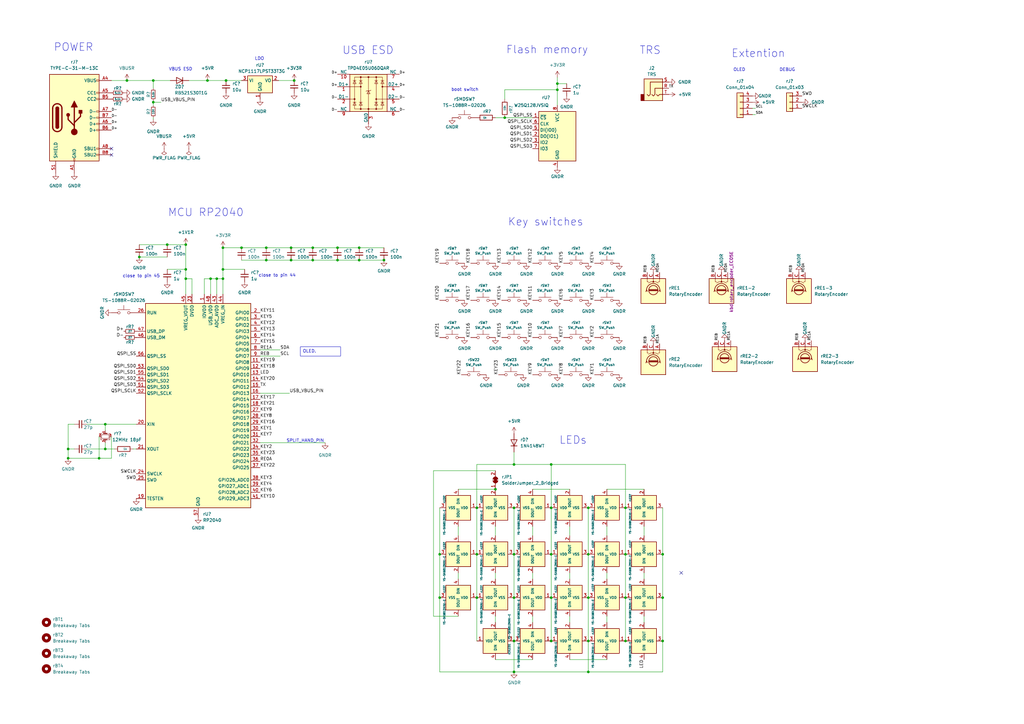
<source format=kicad_sch>
(kicad_sch (version 20231120) (generator "eeschema") (generator_version "8.0")
  (paper "A3")
  (title_block (title "Gecko Right") (date "2023-10-07") (rev "1.0.0") (company "Dane Evans") (comment 1 "original: foostan's crkbd 4.1"))
  (junction (at 27.94 184.15))
  (junction (at 228.6 36.83))
  (junction (at 226.06 262.89))
  (junction (at 180.34 245.11))
  (junction (at 226.06 227.33))
  (junction (at 210.82 245.11))
  (junction (at 91.44 114.3))
  (junction (at 241.3 227.33))
  (junction (at 256.54 227.33))
  (junction (at 128.27 101.6))
  (junction (at 40.64 187.96))
  (junction (at 195.58 208.28))
  (junction (at 43.18 184.15))
  (junction (at 226.06 245.11))
  (junction (at 271.78 262.89))
  (junction (at 271.78 245.11))
  (junction (at 256.54 262.89))
  (junction (at 157.48 106.68))
  (junction (at 91.44 110.49))
  (junction (at 76.2 100.33))
  (junction (at 241.3 245.11))
  (junction (at 92.71 33.02))
  (junction (at 228.6 34.29))
  (junction (at 52.07 33.02))
  (junction (at 210.82 190.5))
  (junction (at 57.15 105.41))
  (junction (at 27.94 187.96))
  (junction (at 99.06 101.6))
  (junction (at 88.9 114.3))
  (junction (at 138.43 106.68))
  (junction (at 109.22 101.6))
  (junction (at 120.65 33.02))
  (junction (at 226.06 190.5))
  (junction (at 210.82 227.33))
  (junction (at 62.865 33.02))
  (junction (at 203.2 200.66))
  (junction (at 241.3 208.28))
  (junction (at 128.27 106.68))
  (junction (at 207.01 48.26))
  (junction (at 256.54 208.28))
  (junction (at 119.38 106.68))
  (junction (at 86.36 114.3))
  (junction (at 109.22 106.68))
  (junction (at 68.58 100.33))
  (junction (at 76.2 114.3))
  (junction (at 91.44 101.6))
  (junction (at 241.3 262.89))
  (junction (at 85.09 33.02))
  (junction (at 256.54 245.11))
  (junction (at 210.82 275.59))
  (junction (at 226.06 208.28))
  (junction (at 241.3 275.59))
  (junction (at 119.38 101.6))
  (junction (at 147.32 101.6))
  (junction (at 62.865 41.91))
  (junction (at 43.18 173.99))
  (junction (at 195.58 245.11))
  (junction (at 210.82 262.89))
  (junction (at 180.34 227.33))
  (junction (at 147.32 106.68))
  (junction (at 195.58 227.33))
  (junction (at 210.82 208.28))
  (junction (at 271.78 227.33))
  (junction (at 76.2 110.49))
  (junction (at 138.43 101.6))
  (no_connect (at 45.72 63.5))
  (no_connect (at 279.4 234.95))
  (no_connect (at 45.72 60.96))
  (wire (pts (xy 91.44 101.6) (xy 99.06 101.6)))
  (wire (pts (xy 241.3 208.28) (xy 241.3 227.33)))
  (wire (pts (xy 106.68 146.05) (xy 114.935 146.05)))
  (wire (pts (xy 138.43 101.6) (xy 147.32 101.6)))
  (wire (pts (xy 83.82 114.3) (xy 86.36 114.3)))
  (wire (pts (xy 62.865 33.02) (xy 69.85 33.02)))
  (wire (pts (xy 62.865 41.275) (xy 62.865 41.91)))
  (wire (pts (xy 85.09 33.02) (xy 92.71 33.02)))
  (wire (pts (xy 210.82 227.33) (xy 210.82 245.11)))
  (wire (pts (xy 27.94 187.96) (xy 40.64 187.96)))
  (wire (pts (xy 241.3 262.89) (xy 241.3 275.59)))
  (wire (pts (xy 218.44 252.73) (xy 218.44 255.27)))
  (wire (pts (xy 210.82 190.5) (xy 195.58 190.5)))
  (wire (pts (xy 180.34 245.11) (xy 180.34 275.59)))
  (wire (pts (xy 27.94 173.99) (xy 27.94 184.15)))
  (wire (pts (xy 147.32 106.68) (xy 157.48 106.68)))
  (wire (pts (xy 138.43 106.68) (xy 147.32 106.68)))
  (wire (pts (xy 256.54 227.33) (xy 256.54 245.11)))
  (wire (pts (xy 30.48 173.99) (xy 27.94 173.99)))
  (wire (pts (xy 226.06 245.11) (xy 226.06 262.89)))
  (wire (pts (xy 264.16 234.95) (xy 264.16 237.49)))
  (wire (pts (xy 106.68 181.61) (xy 133.35 181.61)))
  (wire (pts (xy 177.8 193.04) (xy 203.2 193.04)))
  (wire (pts (xy 114.3 33.02) (xy 120.65 33.02)))
  (wire (pts (xy 271.78 275.59) (xy 241.3 275.59)))
  (wire (pts (xy 43.18 184.15) (xy 43.18 181.61)))
  (wire (pts (xy 86.36 114.3) (xy 86.36 120.65)))
  (wire (pts (xy 233.68 252.73) (xy 233.68 255.27)))
  (wire (pts (xy 248.92 215.9) (xy 248.92 219.71)))
  (wire (pts (xy 180.34 208.28) (xy 180.34 227.33)))
  (wire (pts (xy 119.38 101.6) (xy 128.27 101.6)))
  (wire (pts (xy 218.44 234.95) (xy 218.44 237.49)))
  (wire (pts (xy 109.22 106.68) (xy 119.38 106.68)))
  (wire (pts (xy 68.58 110.49) (xy 76.2 110.49)))
  (wire (pts (xy 35.56 184.15) (xy 43.18 184.15)))
  (wire (pts (xy 76.2 110.49) (xy 76.2 114.3)))
  (wire (pts (xy 210.82 275.59) (xy 241.3 275.59)))
  (wire (pts (xy 91.44 114.3) (xy 88.9 114.3)))
  (wire (pts (xy 76.2 100.33) (xy 76.2 110.49)))
  (wire (pts (xy 271.78 245.11) (xy 271.78 262.89)))
  (wire (pts (xy 91.44 120.65) (xy 91.44 114.3)))
  (wire (pts (xy 228.6 36.83) (xy 207.01 36.83)))
  (wire (pts (xy 91.44 101.6) (xy 91.44 110.49)))
  (wire (pts (xy 62.865 36.195) (xy 62.865 33.02)))
  (wire (pts (xy 43.18 176.53) (xy 43.18 173.99)))
  (wire (pts (xy 99.06 106.68) (xy 109.22 106.68)))
  (wire (pts (xy 233.68 237.49) (xy 233.68 234.95)))
  (wire (pts (xy 233.68 200.66) (xy 218.44 200.66)))
  (wire (pts (xy 256.54 245.11) (xy 256.54 262.89)))
  (wire (pts (xy 309.88 46.99) (xy 308.61 46.99)))
  (wire (pts (xy 27.94 184.15) (xy 30.48 184.15)))
  (wire (pts (xy 241.3 227.33) (xy 241.3 245.11)))
  (wire (pts (xy 195.58 190.5) (xy 195.58 208.28)))
  (wire (pts (xy 45.72 187.96) (xy 40.64 187.96)))
  (wire (pts (xy 203.2 252.73) (xy 203.2 255.27)))
  (wire (pts (xy 207.01 48.26) (xy 218.44 48.26)))
  (wire (pts (xy 210.82 262.89) (xy 210.82 275.59)))
  (wire (pts (xy 233.68 219.71) (xy 233.68 215.9)))
  (wire (pts (xy 177.8 193.04) (xy 177.8 252.73)))
  (wire (pts (xy 218.44 219.71) (xy 218.44 215.9)))
  (wire (pts (xy 210.82 245.11) (xy 210.82 262.89)))
  (wire (pts (xy 264.16 215.9) (xy 264.16 219.71)))
  (wire (pts (xy 40.64 179.07) (xy 40.64 187.96)))
  (wire (pts (xy 62.865 48.26) (xy 62.865 48.895)))
  (wire (pts (xy 86.36 114.3) (xy 88.9 114.3)))
  (wire (pts (xy 203.2 270.51) (xy 218.44 270.51)))
  (wire (pts (xy 195.58 227.33) (xy 195.58 245.11)))
  (wire (pts (xy 271.78 208.28) (xy 271.78 227.33)))
  (wire (pts (xy 106.68 143.51) (xy 114.935 143.51)))
  (wire (pts (xy 57.15 105.41) (xy 68.58 105.41)))
  (wire (pts (xy 119.38 106.68) (xy 128.27 106.68)))
  (wire (pts (xy 68.58 100.33) (xy 76.2 100.33)))
  (wire (pts (xy 147.32 101.6) (xy 157.48 101.6)))
  (wire (pts (xy 91.44 110.49) (xy 91.44 114.3)))
  (wire (pts (xy 83.82 114.3) (xy 83.82 120.65)))
  (wire (pts (xy 43.18 173.99) (xy 55.88 173.99)))
  (wire (pts (xy 180.34 227.33) (xy 180.34 245.11)))
  (wire (pts (xy 210.82 208.28) (xy 210.82 227.33)))
  (wire (pts (xy 88.9 114.3) (xy 88.9 120.65)))
  (wire (pts (xy 309.88 44.45) (xy 308.61 44.45)))
  (wire (pts (xy 54.61 184.15) (xy 55.88 184.15)))
  (wire (pts (xy 45.72 33.02) (xy 52.07 33.02)))
  (wire (pts (xy 256.54 190.5) (xy 256.54 208.28)))
  (wire (pts (xy 128.27 101.6) (xy 138.43 101.6)))
  (wire (pts (xy 76.2 120.65) (xy 76.2 114.3)))
  (wire (pts (xy 66.04 41.91) (xy 62.865 41.91)))
  (wire (pts (xy 203.2 237.49) (xy 203.2 234.95)))
  (wire (pts (xy 45.72 179.07) (xy 45.72 187.96)))
  (wire (pts (xy 203.2 219.71) (xy 203.2 215.9)))
  (wire (pts (xy 91.44 110.49) (xy 100.33 110.49)))
  (wire (pts (xy 241.3 245.11) (xy 241.3 262.89)))
  (wire (pts (xy 52.07 33.02) (xy 62.865 33.02)))
  (wire (pts (xy 271.78 262.89) (xy 271.78 275.59)))
  (wire (pts (xy 109.22 101.6) (xy 119.38 101.6)))
  (wire (pts (xy 256.54 208.28) (xy 256.54 227.33)))
  (wire (pts (xy 228.6 36.83) (xy 228.6 43.18)))
  (wire (pts (xy 248.92 270.51) (xy 233.68 270.51)))
  (wire (pts (xy 187.96 234.95) (xy 187.96 237.49)))
  (wire (pts (xy 228.6 31.75) (xy 228.6 34.29)))
  (wire (pts (xy 203.2 48.26) (xy 207.01 48.26)))
  (wire (pts (xy 210.82 190.5) (xy 226.06 190.5)))
  (wire (pts (xy 128.27 106.68) (xy 138.43 106.68)))
  (wire (pts (xy 195.58 208.28) (xy 195.58 227.33)))
  (wire (pts (xy 35.56 173.99) (xy 43.18 173.99)))
  (wire (pts (xy 228.6 34.29) (xy 232.41 34.29)))
  (wire (pts (xy 248.92 234.95) (xy 248.92 237.49)))
  (wire (pts (xy 203.2 200.66) (xy 187.96 200.66)))
  (wire (pts (xy 78.74 114.3) (xy 76.2 114.3)))
  (wire (pts (xy 92.71 33.02) (xy 99.06 33.02)))
  (wire (pts (xy 228.6 34.29) (xy 228.6 36.83)))
  (wire (pts (xy 271.78 227.33) (xy 271.78 245.11)))
  (wire (pts (xy 248.92 200.66) (xy 264.16 200.66)))
  (wire (pts (xy 226.06 208.28) (xy 226.06 227.33)))
  (wire (pts (xy 226.06 190.5) (xy 226.06 208.28)))
  (wire (pts (xy 210.82 185.42) (xy 210.82 190.5)))
  (wire (pts (xy 207.01 36.83) (xy 207.01 40.64)))
  (wire (pts (xy 106.68 161.29) (xy 118.745 161.29)))
  (wire (pts (xy 62.865 41.91) (xy 62.865 43.18)))
  (wire (pts (xy 99.06 101.6) (xy 109.22 101.6)))
  (wire (pts (xy 195.58 245.11) (xy 195.58 262.89)))
  (wire (pts (xy 226.06 190.5) (xy 256.54 190.5)))
  (wire (pts (xy 43.18 184.15) (xy 46.99 184.15)))
  (wire (pts (xy 27.94 184.15) (xy 27.94 187.96)))
  (wire (pts (xy 57.15 100.33) (xy 68.58 100.33)))
  (wire (pts (xy 78.74 120.65) (xy 78.74 114.3)))
  (wire (pts (xy 226.06 227.33) (xy 226.06 245.11)))
  (wire (pts (xy 77.47 33.02) (xy 85.09 33.02)))
  (wire (pts (xy 180.34 275.59) (xy 210.82 275.59)))
  (wire (pts (xy 187.96 215.9) (xy 187.96 219.71)))
  (wire (pts (xy 187.96 252.73) (xy 177.8 252.73)))
  (wire (pts (xy 264.16 252.73) (xy 264.16 255.27)))
  (wire (pts (xy 248.92 252.73) (xy 248.92 255.27)))
  (text_box "OLED. " (at 123.19 142.24 0) (size 16.51 3.81) (effects (font (size 1.27 1.27)) (justify left top)))
  (text "USB ESD" (at 140.335 22.606 0) (effects (font (size 3.175 3.175)) (justify left bottom)))
  (text "TRS" (at 262.255 22.606 0) (effects (font (size 3.175 3.175)) (justify left bottom)))
  (text "Flash memory" (at 207.518 22.352 0) (effects (font (size 3.175 3.175)) (justify left bottom)))
  (text "MCU RP2040" (at 68.834 89.154 0) (effects (font (size 3.175 3.175)) (justify left bottom)))
  (text "DEBUG" (at 319.659 29.464 0) (effects (font (size 1.27 1.27)) (justify left bottom)))
  (text "POWER\n" (at 21.971 21.336 0) (effects (font (size 3.175 3.175)) (justify left bottom)))
  (text "boot switch" (at 185.039 37.592 0) (effects (font (size 1.27 1.27)) (justify left bottom)))
  (text "LDO" (at 104.521 24.892 0) (effects (font (size 1.27 1.27)) (justify left bottom)))
  (text "Key switches" (at 208.28 92.964 0) (effects (font (size 3.175 3.175)) (justify left bottom)))
  (text "LEDs" (at 229.362 182.499 0) (effects (font (size 3.175 3.175)) (justify left bottom)))
  (text "Extention" (at 299.974 23.876 0) (effects (font (size 3.175 3.175)) (justify left bottom)))
  (text "VBUS ESD" (at 69.215 29.21 0) (effects (font (size 1.27 1.27)) (justify left bottom)))
  (text "OLED" (at 300.736 29.464 0) (effects (font (size 1.27 1.27)) (justify left bottom)))
  (text "close to pin 45" (at 50.292 114.046 0) (effects (font (size 1.27 1.27)) (justify left bottom)))
  (text "close to pin 44" (at 106.045 113.792 0) (effects (font (size 1.27 1.27)) (justify left bottom)))
  (text "SPLIT_HAND_PIN" (at 117.475 181.61 0) (effects (font (size 1.27 1.27)) (justify left bottom)))
  (label "KEY23" (at 204.47 153.67 90))
  (label "REB" (at 325.12 111.76 90) (effects (font (size 1 1))))
  (label "QSPI_SCLK" (at 55.88 161.29 180))
  (label "SWCLK" (at 55.88 194.31 180))
  (label "REB" (at 327.66 139.7 90) (effects (font (size 1 1))))
  (label "TX" (at 106.68 158.75 0))
  (label "SCL" (at 309.88 44.45 0) (effects (font (size 1 1))))
  (label "RE0A" (at 270.51 111.76 90) (effects (font (size 1 1))))
  (label "KEY8" (at 106.68 171.45 0))
  (label "D+" (at 163.83 35.56 0) (effects (font (size 1 1))))
  (label "KEY19" (at 180.34 107.95 90))
  (label "D-" (at 45.72 45.72 0) (effects (font (size 1 1))))
  (label "KEY18" (at 106.68 151.13 0))
  (label "KEY4" (at 243.84 107.95 90))
  (label "KEY6" (at 231.14 123.19 90))
  (label "RE0A" (at 106.68 189.23 0))
  (label "D-" (at 163.83 40.64 0) (effects (font (size 1 1))))
  (label "KEY14" (at 205.74 123.19 90))
  (label "KEY12" (at 218.44 107.95 90))
  (label "KEY20" (at 180.34 123.19 90))
  (label "QSPI_SD3" (at 55.88 158.75 180))
  (label "QSPI_SCLK" (at 218.44 50.8 180))
  (label "KEY16" (at 106.68 173.99 0))
  (label "QSPI_SD1" (at 218.44 55.88 180))
  (label "KEY3" (at 243.84 123.19 90))
  (label "KEY2" (at 243.84 138.43 90))
  (label "D-" (at 45.72 48.26 0) (effects (font (size 1 1))))
  (label "KEY16" (at 193.04 138.43 90))
  (label "KEY15" (at 205.74 138.43 90))
  (label "SWD" (at 55.88 196.85 180))
  (label "KEY11" (at 218.44 123.19 90))
  (label "SDA" (at 114.935 143.51 0))
  (label "REB" (at 294.64 139.7 90) (effects (font (size 1 1))))
  (label "RE1A" (at 332.74 139.7 90) (effects (font (size 1 1))))
  (label "KEY9" (at 106.68 168.91 0))
  (label "KEY18" (at 193.04 107.95 90))
  (label "USB_VBUS_PIN" (at 66.04 41.91 0))
  (label "D+" (at 138.43 35.56 180) (effects (font (size 1 1))))
  (label "RE0A" (at 330.2 111.76 90) (effects (font (size 1 1))))
  (label "D-" (at 163.83 45.72 0) (effects (font (size 1 1))))
  (label "QSPI_SD2" (at 218.44 58.42 180))
  (label "KEY17" (at 193.04 123.19 90))
  (label "QSPI_SD2" (at 55.88 156.21 180))
  (label "KEY13" (at 205.74 107.95 90))
  (label "KEY7" (at 106.68 179.07 0))
  (label "D+" (at 45.72 50.8 0) (effects (font (size 1 1))))
  (label "KEY10" (at 218.44 138.43 90))
  (label "KEY9" (at 218.44 153.67 90))
  (label "QSPI_SS" (at 218.44 48.26 180))
  (label "KEY5" (at 106.68 130.81 0))
  (label "REB" (at 106.68 146.05 0))
  (label "KEY1" (at 243.84 153.67 90))
  (label "SCL" (at 114.935 146.05 0))
  (label "KEY19" (at 106.68 148.59 0))
  (label "KEY2" (at 106.68 184.15 0))
  (label "REB" (at 293.37 111.76 90) (effects (font (size 1 1))))
  (label "KEY12" (at 106.68 133.35 0))
  (label "QSPI_SS" (at 55.88 146.05 180))
  (label "KEY7" (at 231.14 138.43 90))
  (label "KEY4" (at 106.68 199.39 0))
  (label "QSPI_SD0" (at 218.44 53.34 180))
  (label "KEY15" (at 106.68 140.97 0))
  (label "KEY22" (at 189.23 153.67 90))
  (label "KEY20" (at 106.68 156.21 0))
  (label "D-" (at 50.8 138.43 180))
  (label "SWD" (at 328.93 39.37 0))
  (label "KEY21" (at 180.34 138.43 90))
  (label "REB" (at 265.43 140.97 90) (effects (font (size 1 1))))
  (label "RE1A" (at 299.72 139.7 90) (effects (font (size 1 1))))
  (label "KEY17" (at 106.68 163.83 0))
  (label "RE1A" (at 270.51 140.97 90) (effects (font (size 1 1))))
  (label "KEY14" (at 106.68 138.43 0))
  (label "D+" (at 163.83 30.48 0) (effects (font (size 1 1))))
  (label "KEY1" (at 106.68 176.53 0))
  (label "LED" (at 264.16 270.51 270))
  (label "KEY23" (at 106.68 186.69 0))
  (label "REB" (at 265.43 111.76 90) (effects (font (size 1 1))))
  (label "KEY21" (at 106.68 166.37 0))
  (label "D-" (at 138.43 45.72 180) (effects (font (size 1 1))))
  (label "SWCLK" (at 328.93 44.45 0))
  (label "SDA" (at 309.88 46.99 0) (effects (font (size 1 1))))
  (label "KEY22" (at 106.68 191.77 0))
  (label "QSPI_SD3" (at 218.44 60.96 180))
  (label "D+" (at 138.43 30.48 180) (effects (font (size 1 1))))
  (label "D+" (at 50.8 135.89 180))
  (label "KEY13" (at 106.68 135.89 0))
  (label "USB_VBUS_PIN" (at 118.745 161.29 0))
  (label "KEY3" (at 106.68 196.85 0))
  (label "D+" (at 45.72 53.34 0) (effects (font (size 1 1))))
  (label "KEY11" (at 106.68 128.27 0))
  (label "RE0A" (at 298.45 111.76 90) (effects (font (size 1 1))))
  (label "KEY5" (at 231.14 107.95 90))
  (label "D-" (at 138.43 40.64 180) (effects (font (size 1 1))))
  (label "KEY10" (at 106.68 204.47 0))
  (label "KEY6" (at 106.68 201.93 0))
  (label "QSPI_SD0" (at 55.88 151.13 180))
  (label "TX" (at 274.32 36.195 0) (effects (font (size 1 1))))
  (label "RE1A" (at 106.68 143.51 0))
  (label "LED" (at 106.68 153.67 0))
  (label "KEY8" (at 231.14 153.67 90))
  (label "QSPI_SD1" (at 55.88 153.67 180))
  (symbol (lib_id "kbd:GNDR") (at 328.93 41.91 90) (unit 1)
    (property "Reference" "#PWR?" (effects (hide yes)))
    (property "Value" "GNDR" (at 332.74 41.91 90) (effects (justify right)))
  )
  (symbol (lib_id "kbd:GNDR") (at 327.66 111.76 180) (unit 1)
    (property "Reference" "#PWR085" (effects (hide yes)))
    (property "Value" "GNDR" (at 327.66 106.68 90))
  )
  (symbol (lib_id "kbd:GNDR") (at 330.2 139.7 180) (unit 1)
    (property "Reference" "#PWR087" (effects (hide yes)))
    (property "Value" "GNDR" (at 330.2 134.62 90))
  )
  (symbol (lib_id "kbd_local:YS-SK6812MINI-E") (at 233.68 245.11 90) (unit 1)
    (property "Reference" "rLED?" (at 227.965 243.205 0) (effects (font (size 0.7366 0.7366)) (justify left)))
    (property "Value" "YS-SK6812MINI-E" (at 227.965 255.905 0) (effects (font (size 0.7366 0.7366)) (justify left)))
    (property "Footprint" "kbd_local:YS-SK6812MINI-E" (effects (hide yes)))
  )
  (symbol (lib_id "Device:C_Small") (at 33.02 184.15 270) (unit 1)
    (property "Reference" "rC?" (at 34.29 182.88 90) (effects (justify left)))
    (property "Value" "27p" (at 34.29 185.42 90) (effects (justify left)))
    (property "Footprint" "Capacitor_SMD:C_0402_1005Metric" (effects (hide yes)))
  )
  (symbol (lib_id "kbd:+3V3R") (at 120.65 33.02 0) (unit 1)
    (property "Reference" "#PWR070" (effects (hide yes)))
    (property "Value" "+3V3R" (at 120.65 27.94 0))
  )
  (symbol (lib_id "kbd:GNDR") (at 241.3 123.19 0) (unit 1)
    (property "Reference" "#PWR?" (effects (hide yes)))
    (property "Value" "GNDR" (at 241.3 127.635 0))
  )
  (symbol (lib_id "Switch:SW_Push") (at 236.22 123.19 0) (unit 1)
    (property "Reference" "rSW?" (at 236.22 117.094 0) (effects (font (size 1 1))))
    (property "Value" "SW_Push" (at 236.22 119.126 0) (effects (font (size 1 1))))
    (property "Footprint" "kbd:keyswitch_cherrymx_hotswap_1u" (effects (hide yes)))
  )
  (symbol (lib_name "SW_Push_1") (lib_id "Switch:SW_Push") (at 248.92 107.95 0) (unit 1)
    (property "Reference" "rSW?" (at 248.92 101.854 0) (effects (font (size 1 1))))
    (property "Value" "SW_Push" (at 248.92 103.886 0) (effects (font (size 1 1))))
    (property "Footprint" "kbd:keyswitch_cherrymx_hotswap_1u" (effects (hide yes)))
  )
  (symbol (lib_id "kbd:GNDR") (at 215.9 107.95 0) (unit 1)
    (property "Reference" "#PWR?" (effects (hide yes)))
    (property "Value" "GNDR" (at 215.9 112.395 0))
  )
  (symbol (lib_id "kbd:GNDR") (at 241.3 153.67 0) (unit 1)
    (property "Reference" "#PWR?" (effects (hide yes)))
    (property "Value" "GNDR" (at 241.3 158.115 0))
  )
  (symbol (lib_id "Regulator_Linear:NCP1117-3.3_SOT223") (at 106.68 33.02 0) (unit 1)
    (property "Reference" "rU?" (at 106.68 26.67 0))
    (property "Value" "NCP1117LPST33T3G" (at 107.315 29.21 0))
    (property "Footprint" "Package_TO_SOT_SMD:SOT-223-3_TabPin2" (effects (hide yes)))
    (property "Datasheet" "http://www.onsemi.com/pub_link/Collateral/NCP1117-D.PDF" (effects (hide yes)))
    (property "JLCPCB Part #" "C146799" (effects (hide yes)))
  )
  (symbol (lib_id "kbd_local:YS-SK6812MINI-E") (at 248.92 208.28 270) (unit 1)
    (property "Reference" "rLED?" (at 243.205 203.2 0) (effects (font (size 0.7366 0.7366)) (justify left)))
    (property "Value" "YS-SK6812MINI-E" (at 243.205 208.915 0) (effects (font (size 0.7366 0.7366)) (justify left)))
    (property "Footprint" "kbd_local:YS-SK6812MINI-E" (effects (hide yes)))
  )
  (symbol (lib_id "kbd_local:VBUSR") (at 67.31 60.96 0) (unit 1)
    (property "Reference" "#PWR065" (effects (hide yes)))
    (property "Value" "VBUSR" (at 67.31 55.88 0))
  )
  (symbol (lib_id "kbd:GNDR") (at 267.97 140.97 180) (unit 1)
    (property "Reference" "#PWR?" (effects (hide yes)))
    (property "Value" "GNDR" (at 267.97 135.89 90))
  )
  (symbol (lib_id "kbd:GNDR") (at 215.9 123.19 0) (unit 1)
    (property "Reference" "#PWR?" (effects (hide yes)))
    (property "Value" "GNDR" (at 215.9 127.635 0))
  )
  (symbol (lib_id "Connector:USB_C_Receptacle_USB2.0") (at 30.48 48.26 0) (unit 1)
    (property "Reference" "rJ?" (at 30.48 25.4 0))
    (property "Value" "TYPE-C-31-M-13C" (at 30.48 27.94 0))
    (property "Footprint" "kbd_local:TYPE-C-31-M-13C" (effects (hide yes)))
    (property "Datasheet" "https://www.usb.org/sites/default/files/documents/usb_type-c.zip" (effects (hide yes)))
    (property "JLCPCB Part #" "C2848620" (effects (hide yes)))
  )
  (symbol (lib_id "kbd:GNDR") (at 22.86 71.12 0) (unit 1)
    (property "Reference" "#PWR?" (effects (hide yes)))
    (property "Value" "GNDR" (at 22.86 76.2 0))
  )
  (symbol (lib_id "kbd:GNDR") (at 81.28 212.09 0) (unit 1)
    (property "Reference" "#PWR?" (effects (hide yes)))
    (property "Value" "GNDR" (at 81.28 216.535 0))
  )
  (symbol (lib_id "kbd:GNDR") (at 50.8 40.64 90) (unit 1)
    (property "Reference" "#PWR?" (effects (hide yes)))
    (property "Value" "GNDR" (at 53.975 40.64 90) (effects (justify right)))
  )
  (symbol (lib_id "Switch:SW_Push") (at 236.22 107.95 0) (unit 1)
    (property "Reference" "rSW?" (at 236.22 101.854 0) (effects (font (size 1 1))))
    (property "Value" "SW_Push" (at 236.22 103.886 0) (effects (font (size 1 1))))
    (property "Footprint" "kbd:keyswitch_cherrymx_hotswap_1u" (effects (hide yes)))
  )
  (symbol (lib_id "kbd:GNDR") (at 190.5 107.95 0) (unit 1)
    (property "Reference" "#PWR?" (effects (hide yes)))
    (property "Value" "GNDR" (at 190.5 112.395 0))
  )
  (symbol (lib_id "kbd_local:YS-SK6812MINI-E") (at 203.2 208.28 90) (unit 1)
    (property "Reference" "rLED?" (at 197.485 206.375 0) (effects (font (size 0.7366 0.7366)) (justify left)))
    (property "Value" "YS-SK6812MINI-E" (at 197.485 219.71 0) (effects (font (size 0.7366 0.7366)) (justify left)))
    (property "Footprint" "kbd_local:YS-SK6812MINI-E" (effects (hide yes)))
  )
  (symbol (lib_id "Switch:SW_Push") (at 198.12 138.43 0) (unit 1)
    (property "Reference" "rSW?" (at 198.12 132.334 0) (effects (font (size 1 1))))
    (property "Value" "SW_Push" (at 198.12 134.366 0) (effects (font (size 1 1))))
    (property "Footprint" "kbd:keyswitch_cherrymx_hotswap_1u" (effects (hide yes)))
  )
  (symbol (lib_id "kbd:+5VR") (at 210.82 177.8 0) (unit 1)
    (property "Reference" "#PWR069" (effects (hide yes)))
    (property "Value" "+5VR" (at 210.82 172.72 0))
  )
  (symbol (lib_id "kbd_local:YS-SK6812MINI-E") (at 233.68 227.33 90) (unit 1)
    (property "Reference" "rLED?" (at 227.965 225.425 0) (effects (font (size 0.7366 0.7366)) (justify left)))
    (property "Value" "YS-SK6812MINI-E" (at 227.965 238.125 0) (effects (font (size 0.7366 0.7366)) (justify left)))
    (property "Footprint" "kbd_local:YS-SK6812MINI-E" (effects (hide yes)))
  )
  (symbol (lib_id "kbd:GNDR") (at 254 138.43 0) (unit 1)
    (property "Reference" "#PWR?" (effects (hide yes)))
    (property "Value" "GNDR" (at 254 142.875 0))
  )
  (symbol (lib_id "kbd:GNDR") (at 151.13 50.8 0) (unit 1)
    (property "Reference" "#PWR?" (effects (hide yes)))
    (property "Value" "GNDR" (at 151.13 55.88 0))
  )
  (symbol (lib_id "Switch:SW_Push") (at 210.82 138.43 0) (unit 1)
    (property "Reference" "rSW?" (at 210.82 132.334 0) (effects (font (size 1 1))))
    (property "Value" "SW_Push" (at 210.82 134.366 0) (effects (font (size 1 1))))
    (property "Footprint" "kbd:keyswitch_cherrymx_hotswap_1u" (effects (hide yes)))
  )
  (symbol (lib_id "Device:R_Small") (at 48.26 40.64 270) (unit 1)
    (property "Reference" "rR?" (at 48.26 42.545 90))
    (property "Value" "5.1k" (at 48.26 40.64 90) (effects (font (size 0.762 0.762))))
    (property "Footprint" "Resistor_SMD:R_0402_1005Metric" (effects (hide yes)))
  )
  (symbol (lib_id "Diode:1N4148WT") (at 210.82 181.61 90) (unit 1)
    (property "Reference" "rD?" (at 213.36 180.34 90) (effects (justify right)))
    (property "Value" "1N4148WT" (at 213.36 182.88 90) (effects (justify right)))
    (property "Footprint" "Diode_SMD:D_SOD-523" (effects (hide yes)))
    (property "Datasheet" "https://www.diodes.com/assets/Datasheets/ds30396.pdf" (effects (hide yes)))
    (property "JLCPCB Part #" "C232841" (effects (hide yes)))
  )
  (symbol (lib_id "Device:Crystal_GND24_Small") (at 43.18 179.07 270) (unit 1)
    (property "Reference" "rY?" (at 48.26 177.8 90))
    (property "Value" "12MHz 18pF" (at 52.07 180.34 90))
    (property "Footprint" "Crystal:Crystal_SMD_3225-4Pin_3.2x2.5mm" (effects (hide yes)))
    (property "Description" "12MHz 18pF ±20ppm SMD3225-4P Crystals ROHS" (effects (hide yes)))
    (property "MFR.Part #" "Q22FA23V0041800" (effects (hide yes)))
    (property "JLCPCB Part #" "C91749" (effects (hide yes)))
  )
  (symbol (lib_id "kbd_local:YS-SK6812MINI-E") (at 248.92 245.11 270) (unit 1)
    (property "Reference" "rLED?" (at 243.205 239.395 0) (effects (font (size 0.7366 0.7366)) (justify left)))
    (property "Value" "YS-SK6812MINI-E" (at 243.205 245.745 0) (effects (font (size 0.7366 0.7366)) (justify left)))
    (property "Footprint" "kbd_local:YS-SK6812MINI-E" (effects (hide yes)))
  )
  (symbol (lib_id "Switch:SW_Push") (at 248.92 153.67 0) (unit 1)
    (property "Reference" "rSW?" (at 248.92 147.574 0) (effects (font (size 1 1))))
    (property "Value" "SW_Push" (at 248.92 149.606 0) (effects (font (size 1 1))))
    (property "Footprint" "kbd:keyswitch_cherrymx_hotswap_1.5u" (effects (hide yes)))
  )
  (symbol (lib_id "kbd:GNDR") (at 215.9 138.43 0) (unit 1)
    (property "Reference" "#PWR?" (effects (hide yes)))
    (property "Value" "GNDR" (at 215.9 142.875 0))
  )
  (symbol (lib_id "kbd:GNDR") (at 185.42 48.26 0) (unit 1)
    (property "Reference" "#PWR?" (effects (hide yes)))
    (property "Value" "GNDR" (at 185.42 52.07 0))
  )
  (symbol (lib_id "Mechanical:MountingHole") (at 19.05 274.32 0) (unit 1)
    (property "Reference" "rBT4" (at 21.59 273.05 0) (effects (justify left)))
    (property "Value" "Breakaway Tabs" (at 21.59 275.59 0) (effects (justify left)))
    (property "Footprint" "kbd_local:Breakaway_Tabs" (effects (hide yes)))
  )
  (symbol (lib_id "kbd_local:YS-SK6812MINI-E") (at 203.2 262.89 90) (unit 1)
    (property "Reference" "rEXLED1" (at 208.915 268.605 0) (effects (font (size 0.7366 0.7366)) (justify left)))
    (property "Value" "YS-SK6812MINI-E" (at 208.915 262.255 0) (effects (font (size 0.7366 0.7366)) (justify left)))
    (property "Footprint" "kbd_local:YS-SK6812MINI-E" (effects (hide yes)))
  )
  (symbol (lib_id "Device:C_Small") (at 57.15 102.87 0) (unit 1)
    (property "Reference" "rC?" (at 59.69 101.6 0) (effects (justify left)))
    (property "Value" "100n" (at 59.69 104.14 0) (effects (justify left)))
    (property "Footprint" "Capacitor_SMD:C_0402_1005Metric" (effects (hide yes)))
  )
  (symbol (lib_id "kbd_local:VBUSR") (at 52.07 33.02 0) (unit 1)
    (property "Reference" "#PWR066" (effects (hide yes)))
    (property "Value" "VBUSR" (at 52.07 27.94 0))
  )
  (symbol (lib_id "kbd_local:YS-SK6812MINI-E") (at 248.92 262.89 270) (unit 1)
    (property "Reference" "rLED?" (at 243.205 257.175 0) (effects (font (size 0.7366 0.7366)) (justify left)))
    (property "Value" "YS-SK6812MINI-E" (at 243.205 263.525 0) (effects (font (size 0.7366 0.7366)) (justify left)))
    (property "Footprint" "kbd_local:YS-SK6812MINI-E" (effects (hide yes)))
  )
  (symbol (lib_id "kbd:GNDR") (at 55.88 204.47 0) (unit 1)
    (property "Reference" "#PWR?" (effects (hide yes)))
    (property "Value" "GNDR" (at 55.88 208.915 0))
  )
  (symbol (lib_id "Device:R_Small") (at 62.865 38.735 0) (unit 1)
    (property "Reference" "R?" (at 60.96 38.735 90))
    (property "Value" "5.6k" (at 62.865 38.735 90) (effects (font (size 0.762 0.762))))
    (property "Footprint" "Resistor_SMD:R_0402_1005Metric" (effects (hide yes)))
    (instances (project "corne-cherry" (path "" (reference "R?") (unit 1)) (path "" (reference "R8") (unit 1)) (path "" (reference "rR8") (unit 1))))
  )
  (symbol (lib_id "Device:C_Small") (at 68.58 102.87 0) (unit 1)
    (property "Reference" "rC?" (at 71.12 101.6 0) (effects (justify left)))
    (property "Value" "100n" (at 71.12 104.14 0) (effects (justify left)))
    (property "Footprint" "Capacitor_SMD:C_0402_1005Metric" (effects (hide yes)))
  )
  (symbol (lib_id "Device:RotaryEncoder") (at 267.97 148.59 270) (unit 1)
    (property "Reference" "rRE2" (at 274.32 147.3199 90) (effects (justify left)))
    (property "Value" "RotaryEncoder" (at 274.32 149.8599 90) (effects (justify left)))
    (property "Footprint" "kbd:rotary_encoder_EC05E_Vert" (effects (hide yes)))
    (property "Description" "Rotary encoder, dual channel, incremental quadrate outputs" (effects (hide yes)))
  )
  (symbol (lib_id "kbd:GNDR") (at 241.3 138.43 0) (unit 1)
    (property "Reference" "#PWR?" (effects (hide yes)))
    (property "Value" "GNDR" (at 241.3 142.875 0))
  )
  (symbol (lib_id "kbd_local:YS-SK6812MINI-E") (at 233.68 208.28 90) (unit 1)
    (property "Reference" "rLED?" (at 227.965 206.375 0) (effects (font (size 0.7366 0.7366)) (justify left)))
    (property "Value" "YS-SK6812MINI-E" (at 227.965 219.075 0) (effects (font (size 0.7366 0.7366)) (justify left)))
    (property "Footprint" "kbd_local:YS-SK6812MINI-E" (effects (hide yes)))
  )
  (symbol (lib_id "kbd_local:YS-SK6812MINI-E") (at 264.16 208.28 90) (unit 1)
    (property "Reference" "rLED?" (at 258.445 205.74 0) (effects (font (size 0.7366 0.7366)) (justify left)))
    (property "Value" "YS-SK6812MINI-E" (at 258.445 219.075 0) (effects (font (size 0.7366 0.7366)) (justify left)))
    (property "Footprint" "kbd_local:YS-SK6812MINI-E" (effects (hide yes)))
  )
  (symbol (lib_id "kbd:GNDR") (at 254 123.19 0) (unit 1)
    (property "Reference" "#PWR?" (effects (hide yes)))
    (property "Value" "GNDR" (at 254 127.635 0))
  )
  (symbol (lib_id "Device:C_Small") (at 100.33 113.03 0) (unit 1)
    (property "Reference" "rC?" (at 102.87 111.76 0) (effects (justify left)))
    (property "Value" "1u" (at 102.87 114.3 0) (effects (justify left)))
    (property "Footprint" "Capacitor_SMD:C_0402_1005Metric" (effects (hide yes)))
  )
  (symbol (lib_id "Switch:SW_Push") (at 198.12 123.19 0) (unit 1)
    (property "Reference" "rSW?" (at 198.12 117.094 0) (effects (font (size 1 1))))
    (property "Value" "SW_Push" (at 198.12 119.126 0) (effects (font (size 1 1))))
    (property "Footprint" "kbd:keyswitch_cherrymx_hotswap_1u" (effects (hide yes)))
  )
  (symbol (lib_id "Device:C_Small") (at 128.27 104.14 0) (unit 1)
    (property "Reference" "rC?" (at 130.81 102.87 0) (effects (justify left)))
    (property "Value" "100n" (at 131.445 105.41 0) (effects (justify left)))
    (property "Footprint" "Capacitor_SMD:C_0402_1005Metric" (effects (hide yes)))
  )
  (symbol (lib_id "Switch:SW_Push") (at 185.42 138.43 0) (unit 1)
    (property "Reference" "rSW?" (at 185.42 132.334 0) (effects (font (size 1 1))))
    (property "Value" "SW_Push" (at 185.42 134.366 0) (effects (font (size 1 1))))
    (property "Footprint" "kbd:keyswitch_cherrymx_hotswap_1u" (effects (hide yes)))
  )
  (symbol (lib_id "Device:RotaryEncoder") (at 267.97 119.38 270) (unit 1)
    (property "Reference" "rRE1" (at 274.32 118.1099 90) (effects (justify left)))
    (property "Value" "RotaryEncoder" (at 274.32 120.6499 90) (effects (justify left)))
    (property "Footprint" "kbd:rotary_encoder_EC05E_Vert" (effects (hide yes)))
    (property "Description" "Rotary encoder, dual channel, incremental quadrate outputs" (effects (hide yes)))
  )
  (symbol (lib_id "kbd:GNDR") (at 214.63 153.67 0) (unit 1)
    (property "Reference" "#PWR059" (effects (hide yes)))
    (property "Value" "GNDR" (at 214.63 158.115 0))
  )
  (symbol (lib_id "kbd:GNDR") (at 57.15 105.41 0) (unit 1)
    (property "Reference" "#PWR?" (effects (hide yes)))
    (property "Value" "GNDR" (at 57.15 109.855 0))
  )
  (symbol (lib_id "kbd:GNDR") (at 106.68 40.64 0) (unit 1)
    (property "Reference" "#PWR?" (effects (hide yes)))
    (property "Value" "GNDR" (at 106.68 45.72 0))
  )
  (symbol (lib_id "kbd:GNDR") (at 210.82 275.59 0) (unit 1)
    (property "Reference" "#PWR?" (effects (hide yes)))
    (property "Value" "GNDR" (at 210.947 279.9842 0))
  )
  (symbol (lib_id "Device:RotaryEncoder") (at 295.91 119.38 270) (unit 1)
    (property "Reference" "rRE1-2" (at 302.26 118.1099 90) (effects (justify left)))
    (property "Value" "RotaryEncoder" (at 302.26 120.6499 90) (effects (justify left)))
    (property "Footprint" "kbd:rotary_encoder_EC05E" (at 299.974 115.57 0))
    (property "Description" "Rotary encoder, dual channel, incremental quadrate outputs" (effects (hide yes)))
  )
  (symbol (lib_id "kbd:+1V1R") (at 76.2 100.33 0) (unit 1)
    (property "Reference" "#PWR073" (effects (hide yes)))
    (property "Value" "+1V1R" (at 76.2 95.25 0))
  )
  (symbol (lib_id "kbd:+5VR") (at 85.09 33.02 0) (unit 1)
    (property "Reference" "#PWR068" (effects (hide yes)))
    (property "Value" "+5VR" (at 85.09 27.94 0))
  )
  (symbol (lib_id "Switch:SW_Push") (at 194.31 153.67 0) (unit 1)
    (property "Reference" "rSW22" (at 194.31 147.574 0) (effects (font (size 1 1))))
    (property "Value" "SW_Push" (at 194.31 149.606 0) (effects (font (size 1 1))))
    (property "Footprint" "kbd:keyswitch_cherrymx_hotswap_1u" (effects (hide yes)))
  )
  (symbol (lib_id "Device:RotaryEncoder") (at 330.2 147.32 270) (unit 1)
    (property "Reference" "rRE2-3" (at 336.55 146.0499 90) (effects (justify left)))
    (property "Value" "RotaryEncoder" (at 336.55 148.5899 90) (effects (justify left)))
    (property "Footprint" "kbd:rotary_encoder_EC05E" (effects (hide yes)))
    (property "Description" "Rotary encoder, dual channel, incremental quadrate outputs" (effects (hide yes)))
  )
  (symbol (lib_id "kbd:GNDR") (at 254 107.95 0) (unit 1)
    (property "Reference" "#PWR?" (effects (hide yes)))
    (property "Value" "GNDR" (at 254 112.395 0))
  )
  (symbol (lib_id "Switch:SW_Push") (at 223.52 153.67 0) (unit 1)
    (property "Reference" "rSW?" (at 223.52 147.574 0) (effects (font (size 1 1))))
    (property "Value" "SW_Push" (at 223.52 149.606 0) (effects (font (size 1 1))))
    (property "Footprint" "kbd:keyswitch_cherrymx_hotswap_1u" (effects (hide yes)))
  )
  (symbol (lib_id "Device:RotaryEncoder") (at 297.18 147.32 270) (unit 1)
    (property "Reference" "rRE2-2" (at 303.53 146.0499 90) (effects (justify left)))
    (property "Value" "RotaryEncoder" (at 303.53 148.5899 90) (effects (justify left)))
    (property "Footprint" "kbd:rotary_encoder_EC05E" (effects (hide yes)))
    (property "Description" "Rotary encoder, dual channel, incremental quadrate outputs" (effects (hide yes)))
  )
  (symbol (lib_id "Device:C_Small") (at 119.38 104.14 0) (unit 1)
    (property "Reference" "rC?" (at 121.92 102.87 0) (effects (justify left)))
    (property "Value" "100n" (at 121.92 105.41 0) (effects (justify left)))
    (property "Footprint" "Capacitor_SMD:C_0402_1005Metric" (effects (hide yes)))
  )
  (symbol (lib_id "Connector_Audio:AudioJack3") (at 269.24 36.195 0) (unit 1)
    (property "Reference" "J2" (at 267.335 27.94 0))
    (property "Value" "TRS" (at 267.335 30.48 0))
    (property "Footprint" "kbd_local:PJ-398A-5A_PJ-399B-6A" (effects (hide yes)))
    (property "JLCPCB Part #" "C128994" (effects (hide yes)))
    (instances (project "corne-cherry" (path "" (reference "J2") (unit 1)) (path "" (reference "rJ2") (unit 1))))
  )
  (symbol (lib_id "kbd:+5VR") (at 274.32 38.735 270) (unit 1)
    (property "Reference" "#PWR075" (effects (hide yes)))
    (property "Value" "+5VR" (at 278.13 38.735 90) (effects (justify left)))
  )
  (symbol (lib_id "Switch:SW_Push") (at 185.42 107.95 0) (unit 1)
    (property "Reference" "rSW?" (at 185.42 101.854 0) (effects (font (size 1 1))))
    (property "Value" "SW_Push" (at 185.42 103.886 0) (effects (font (size 1 1))))
    (property "Footprint" "kbd:keyswitch_choc12_hotswap_1u" (effects (hide yes)))
  )
  (symbol (lib_id "kbd:GNDR") (at 295.91 111.76 180) (unit 1)
    (property "Reference" "#PWR084" (effects (hide yes)))
    (property "Value" "GNDR" (at 295.91 106.68 90))
  )
  (symbol (lib_id "Power_Protection:TPD4EUSB30") (at 151.13 38.1 0) (unit 1)
    (property "Reference" "rU?" (at 151.13 25.4 0))
    (property "Value" "TPD4E05U06DQAR" (at 151.13 27.94 0))
    (property "Footprint" "Package_SON:USON-10_2.5x1.0mm_P0.5mm" (effects (hide yes)))
    (property "Datasheet" "http://www.ti.com/lit/ds/symlink/tpd2eusb30a.pdf" (effects (hide yes)))
    (property "JLCPCB Part #" "C138714" (effects (hide yes)))
  )
  (symbol (lib_id "Device:C_Small") (at 33.02 173.99 270) (unit 1)
    (property "Reference" "rC?" (at 34.29 172.72 90) (effects (justify left)))
    (property "Value" "27p" (at 34.29 175.26 90) (effects (justify left)))
    (property "Footprint" "Capacitor_SMD:C_0402_1005Metric" (effects (hide yes)))
  )
  (symbol (lib_id "kbd:GNDR") (at 30.48 71.12 0) (unit 1)
    (property "Reference" "#PWR?" (effects (hide yes)))
    (property "Value" "GNDR" (at 30.48 76.2 0))
  )
  (symbol (lib_id "Switch:SW_Push") (at 248.92 138.43 0) (unit 1)
    (property "Reference" "rSW?" (at 248.92 132.334 0) (effects (font (size 1 1))))
    (property "Value" "SW_Push" (at 248.92 134.366 0) (effects (font (size 1 1))))
    (property "Footprint" "kbd:keyswitch_cherrymx_hotswap_1u" (effects (hide yes)))
  )
  (symbol (lib_id "kbd:+5VR") (at 308.61 41.91 270) (unit 1)
    (property "Reference" "#PWR075" (effects (hide yes)))
    (property "Value" "+5VR" (at 312.42 41.91 90) (effects (justify left)))
  )
  (symbol (lib_id "Device:C_Small") (at 92.71 35.56 0) (unit 1)
    (property "Reference" "rC?" (at 95.25 34.29 0) (effects (justify left)))
    (property "Value" "10u" (at 95.25 36.83 0) (effects (justify left)))
    (property "Footprint" "Capacitor_SMD:C_0402_1005Metric" (effects (hide yes)))
  )
  (symbol (lib_id "kbd:GNDR") (at 308.61 39.37 90) (unit 1)
    (property "Reference" "#PWR?" (effects (hide yes)))
    (property "Value" "GNDR" (at 313.69 39.37 90))
  )
  (symbol (lib_id "Switch:SW_Push") (at 210.82 107.95 0) (unit 1)
    (property "Reference" "rSW?" (at 210.82 101.854 0) (effects (font (size 1 1))))
    (property "Value" "SW_Push" (at 210.82 103.886 0) (effects (font (size 1 1))))
    (property "Footprint" "kbd:keyswitch_choc12_hotswap_1u" (effects (hide yes)))
  )
  (symbol (lib_id "kbd:GNDR") (at 120.65 38.1 0) (unit 1)
    (property "Reference" "#PWR?" (effects (hide yes)))
    (property "Value" "GNDR" (at 120.65 43.18 0))
  )
  (symbol (lib_id "Device:R") (at 50.8 184.15 90) (unit 1)
    (property "Reference" "rR?" (at 52.07 186.69 90) (effects (justify left)))
    (property "Value" "1k" (at 52.07 184.15 90) (effects (font (size 0.762 0.762)) (justify left)))
    (property "Footprint" "Resistor_SMD:R_0402_1005Metric" (effects (hide yes)))
  )
  (symbol (lib_id "Device:R") (at 207.01 44.45 180) (unit 1)
    (property "Reference" "rR?" (at 209.55 43.18 90) (effects (justify left)))
    (property "Value" "10k" (at 207.01 43.18 90) (effects (font (size 0.762 0.762)) (justify left)))
    (property "Footprint" "Resistor_SMD:R_0402_1005Metric" (effects (hide yes)))
  )
  (symbol (lib_id "kbd_local:YS-SK6812MINI-E") (at 233.68 262.89 90) (unit 1)
    (property "Reference" "rLED?" (at 227.965 260.35 0) (effects (font (size 0.7366 0.7366)) (justify left)))
    (property "Value" "YS-SK6812MINI-E" (at 227.965 273.685 0) (effects (font (size 0.7366 0.7366)) (justify left)))
    (property "Footprint" "kbd_local:YS-SK6812MINI-E" (effects (hide yes)))
  )
  (symbol (lib_id "kbd_local:YS-SK6812MINI-E") (at 187.96 245.11 270) (unit 1)
    (property "Reference" "rLED?" (at 182.245 240.03 0) (effects (font (size 0.7366 0.7366)) (justify left)))
    (property "Value" "YS-SK6812MINI-E" (at 182.245 245.745 0) (effects (font (size 0.7366 0.7366)) (justify left)))
    (property "Footprint" "kbd_local:YS-SK6812MINI-E" (effects (hide yes)))
  )
  (symbol (lib_id "Switch:SW_Push") (at 236.22 138.43 0) (unit 1)
    (property "Reference" "rSW?" (at 236.22 132.334 0) (effects (font (size 1 1))))
    (property "Value" "SW_Push" (at 236.22 134.366 0) (effects (font (size 1 1))))
    (property "Footprint" "kbd:keyswitch_cherrymx_hotswap_1u" (effects (hide yes)))
  )
  (symbol (lib_id "kbd:GNDR") (at 203.2 107.95 0) (unit 1)
    (property "Reference" "#PWR?" (effects (hide yes)))
    (property "Value" "GNDR" (at 203.2 112.395 0))
  )
  (symbol (lib_id "kbd:GNDR") (at 45.72 128.27 270) (unit 1)
    (property "Reference" "#PWR?" (effects (hide yes)))
    (property "Value" "GNDR" (at 41.91 128.27 0))
  )
  (symbol (lib_id "Switch:SW_Push") (at 50.8 128.27 0) (unit 1)
    (property "Reference" "rSMDSW?" (at 50.8 120.65 0))
    (property "Value" "TS-1088R-02026" (at 50.8 123.19 0))
    (property "Footprint" "kbd_local:TS-1088R-02026" (effects (hide yes)))
    (property "JLCPCB Part #" "C455280" (effects (hide yes)))
  )
  (symbol (lib_id "Switch:SW_Push") (at 210.82 123.19 0) (unit 1)
    (property "Reference" "rSW?" (at 210.82 117.094 0) (effects (font (size 1 1))))
    (property "Value" "SW_Push" (at 210.82 119.126 0) (effects (font (size 1 1))))
    (property "Footprint" "kbd:keyswitch_cherrymx_hotswap_1u" (effects (hide yes)))
  )
  (symbol (lib_id "kbd:GNDR") (at 297.18 139.7 180) (unit 1)
    (property "Reference" "#PWR086" (effects (hide yes)))
    (property "Value" "GNDR" (at 297.18 134.62 90))
  )
  (symbol (lib_id "kbd:+3V3R") (at 91.44 101.6 0) (unit 1)
    (property "Reference" "#PWR072" (effects (hide yes)))
    (property "Value" "+3V3R" (at 91.44 96.52 0))
  )
  (symbol (lib_id "kbd_local:YS-SK6812MINI-E") (at 218.44 262.89 270) (unit 1)
    (property "Reference" "rEXLED2" (at 212.725 257.175 0) (effects (font (size 0.7366 0.7366)) (justify left)))
    (property "Value" "YS-SK6812MINI-E" (at 212.725 263.525 0) (effects (font (size 0.7366 0.7366)) (justify left)))
    (property "Footprint" "kbd_local:YS-SK6812MINI-E" (effects (hide yes)))
  )
  (symbol (lib_id "kbd_local:YS-SK6812MINI-E") (at 264.16 245.11 90) (unit 1)
    (property "Reference" "rLED?" (at 258.445 242.57 0) (effects (font (size 0.7366 0.7366)) (justify left)))
    (property "Value" "YS-SK6812MINI-E" (at 258.445 255.905 0) (effects (font (size 0.7366 0.7366)) (justify left)))
    (property "Footprint" "kbd_local:YS-SK6812MINI-E" (effects (hide yes)))
  )
  (symbol (lib_id "Device:C_Small") (at 99.06 104.14 0) (unit 1)
    (property "Reference" "rC?" (at 101.6 102.87 0) (effects (justify left)))
    (property "Value" "100n" (at 101.6 105.41 0) (effects (justify left)))
    (property "Footprint" "Capacitor_SMD:C_0402_1005Metric" (effects (hide yes)))
  )
  (symbol (lib_id "Device:C_Small") (at 232.41 36.83 0) (unit 1)
    (property "Reference" "rC?" (at 234.95 35.56 0) (effects (justify left)))
    (property "Value" "1u" (at 234.95 38.1 0) (effects (justify left)))
    (property "Footprint" "Capacitor_SMD:C_0402_1005Metric" (effects (hide yes)))
  )
  (symbol (lib_id "kbd:GNDR") (at 92.71 38.1 0) (unit 1)
    (property "Reference" "#PWR?" (effects (hide yes)))
    (property "Value" "GNDR" (at 92.71 43.18 0))
  )
  (symbol (lib_id "kbd:GNDR") (at 203.2 138.43 0) (unit 1)
    (property "Reference" "#PWR?" (effects (hide yes)))
    (property "Value" "GNDR" (at 203.2 142.875 0))
  )
  (symbol (lib_id "kbd:GNDR") (at 203.2 123.19 0) (unit 1)
    (property "Reference" "#PWR?" (effects (hide yes)))
    (property "Value" "GNDR" (at 203.2 127.635 0))
  )
  (symbol (lib_id "kbd_local:YS-SK6812MINI-E") (at 187.96 227.33 270) (unit 1)
    (property "Reference" "rLED?" (at 182.245 222.25 0) (effects (font (size 0.7366 0.7366)) (justify left)))
    (property "Value" "YS-SK6812MINI-E" (at 182.245 227.965 0) (effects (font (size 0.7366 0.7366)) (justify left)))
    (property "Footprint" "kbd_local:YS-SK6812MINI-E" (effects (hide yes)))
  )
  (symbol (lib_id "kbd:GNDR") (at 62.865 48.895 0) (unit 1)
    (property "Reference" "#PWR?" (effects (hide yes)))
    (property "Value" "GNDR" (at 62.865 53.975 0))
  )
  (symbol (lib_id "Device:R_Small") (at 53.34 135.89 90) (unit 1)
    (property "Reference" "rR?" (at 53.34 133.985 90))
    (property "Value" "27" (at 53.34 135.89 90) (effects (font (size 0.762 0.762))))
    (property "Footprint" "Resistor_SMD:R_0402_1005Metric" (effects (hide yes)))
  )
  (symbol (lib_id "power:PWR_FLAG") (at 67.31 60.96 180) (unit 1)
    (property "Reference" "#FLG?" (effects (hide yes)))
    (property "Value" "PWR_FLAG" (at 67.31 64.77 0))
  )
  (symbol (lib_id "Device:C_Small") (at 157.48 104.14 0) (unit 1)
    (property "Reference" "rC?" (at 160.02 102.87 0) (effects (justify left)))
    (property "Value" "100n" (at 160.02 105.41 0) (effects (justify left)))
    (property "Footprint" "Capacitor_SMD:C_0402_1005Metric" (effects (hide yes)))
  )
  (symbol (lib_id "Device:C_Small") (at 138.43 104.14 0) (unit 1)
    (property "Reference" "rC?" (at 140.97 102.87 0) (effects (justify left)))
    (property "Value" "100n" (at 140.97 105.41 0) (effects (justify left)))
    (property "Footprint" "Capacitor_SMD:C_0402_1005Metric" (effects (hide yes)))
  )
  (symbol (lib_id "Switch:SW_Push") (at 248.92 123.19 0) (unit 1)
    (property "Reference" "rSW?" (at 248.92 117.094 0) (effects (font (size 1 1))))
    (property "Value" "SW_Push" (at 248.92 119.126 0) (effects (font (size 1 1))))
    (property "Footprint" "kbd:keyswitch_cherrymx_hotswap_1u" (effects (hide yes)))
  )
  (symbol (lib_id "Device:R_Small") (at 53.34 138.43 270) (unit 1)
    (property "Reference" "rR?" (at 53.34 140.335 90))
    (property "Value" "27" (at 53.34 138.43 90) (effects (font (size 0.762 0.762))))
    (property "Footprint" "Resistor_SMD:R_0402_1005Metric" (effects (hide yes)))
  )
  (symbol (lib_id "Device:C_Small") (at 147.32 104.14 0) (unit 1)
    (property "Reference" "rC?" (at 149.86 102.87 0) (effects (justify left)))
    (property "Value" "100n" (at 149.86 105.41 0) (effects (justify left)))
    (property "Footprint" "Capacitor_SMD:C_0402_1005Metric" (effects (hide yes)))
  )
  (symbol (lib_id "kbd:GNDR") (at 228.6 107.95 0) (unit 1)
    (property "Reference" "#PWR?" (effects (hide yes)))
    (property "Value" "GNDR" (at 228.6 112.395 0))
  )
  (symbol (lib_id "kbd:+5VR") (at 77.47 60.96 0) (unit 1)
    (property "Reference" "#PWR067" (effects (hide yes)))
    (property "Value" "+5VR" (at 77.47 55.88 0))
  )
  (symbol (lib_id "Switch:SW_Push") (at 185.42 123.19 0) (unit 1)
    (property "Reference" "rSW?" (at 185.42 117.094 0) (effects (font (size 1 1))))
    (property "Value" "SW_Push" (at 185.42 119.126 0) (effects (font (size 1 1))))
    (property "Footprint" "kbd:keyswitch_cherrymx_hotswap_1u" (effects (hide yes)))
  )
  (symbol (lib_id "kbd:GNDR") (at 190.5 123.19 0) (unit 1)
    (property "Reference" "#PWR?" (effects (hide yes)))
    (property "Value" "GNDR" (at 190.5 127.635 0))
  )
  (symbol (lib_id "kbd:+3V3R") (at 228.6 31.75 0) (unit 1)
    (property "Reference" "#PWR071" (effects (hide yes)))
    (property "Value" "+3V3R" (at 228.6 26.67 0))
  )
  (symbol (lib_id "kbd:GNDR") (at 274.32 33.655 90) (unit 1)
    (property "Reference" "#PWR?" (effects (hide yes)))
    (property "Value" "GNDR" (at 278.13 33.655 90) (effects (justify right)))
  )
  (symbol (lib_id "kbd_local:YS-SK6812MINI-E") (at 218.44 208.28 270) (unit 1)
    (property "Reference" "rLED?" (at 212.725 203.2 0) (effects (font (size 0.7366 0.7366)) (justify left)))
    (property "Value" "YS-SK6812MINI-E" (at 212.725 208.915 0) (effects (font (size 0.7366 0.7366)) (justify left)))
    (property "Footprint" "kbd_local:YS-SK6812MINI-E" (effects (hide yes)))
  )
  (symbol (lib_id "kbd_local:YS-SK6812MINI-E") (at 203.2 245.11 90) (unit 1)
    (property "Reference" "rLED?" (at 197.485 243.205 0) (effects (font (size 0.7366 0.7366)) (justify left)))
    (property "Value" "YS-SK6812MINI-E" (at 197.485 255.905 0) (effects (font (size 0.7366 0.7366)) (justify left)))
    (property "Footprint" "kbd_local:YS-SK6812MINI-E" (effects (hide yes)))
  )
  (symbol (lib_id "kbd_local:YS-SK6812MINI-E") (at 187.96 208.28 270) (unit 1)
    (property "Reference" "rLED?" (at 182.245 203.2 0) (effects (font (size 0.7366 0.7366)) (justify left)))
    (property "Value" "YS-SK6812MINI-E" (at 182.245 208.915 0) (effects (font (size 0.7366 0.7366)) (justify left)))
    (property "Footprint" "kbd_local:YS-SK6812MINI-E" (effects (hide yes)))
  )
  (symbol (lib_id "kbd:GNDR") (at 232.41 39.37 0) (unit 1)
    (property "Reference" "#PWR?" (effects (hide yes)))
    (property "Value" "GNDR" (at 232.41 43.815 0))
  )
  (symbol (lib_id "kbd:GNDR") (at 199.39 153.67 0) (unit 1)
    (property "Reference" "#PWR074" (effects (hide yes)))
    (property "Value" "GNDR" (at 199.39 158.115 0))
  )
  (symbol (lib_id "Device:RotaryEncoder") (at 327.66 119.38 270) (unit 1)
    (property "Reference" "rRE1-3" (at 334.01 118.1099 90) (effects (justify left)))
    (property "Value" "RotaryEncoder" (at 334.01 120.6499 90) (effects (justify left)))
    (property "Footprint" "kbd:rotary_encoder_EC05E" (effects (hide yes)))
    (property "Description" "Rotary encoder, dual channel, incremental quadrate outputs" (effects (hide yes)))
  )
  (symbol (lib_id "Connector_Generic:Conn_01x04") (at 303.53 44.45 180) (unit 1)
    (property "Reference" "rJ?" (at 303.53 33.274 0))
    (property "Value" "Conn_01x04" (at 303.53 35.814 0))
    (property "Footprint" "kbd_local:OLED" (effects (hide yes)))
  )
  (symbol (lib_id "Switch:SW_Push") (at 223.52 123.19 0) (unit 1)
    (property "Reference" "rSW?" (at 223.52 117.094 0) (effects (font (size 1 1))))
    (property "Value" "SW_Push" (at 223.52 119.126 0) (effects (font (size 1 1))))
    (property "Footprint" "kbd:keyswitch_cherrymx_hotswap_1u" (effects (hide yes)))
  )
  (symbol (lib_id "Switch:SW_Push") (at 190.5 48.26 0) (unit 1)
    (property "Reference" "rSMDSW?" (at 190.5 40.64 0))
    (property "Value" "TS-1088R-02026" (at 190.5 43.18 0))
    (property "Footprint" "kbd_local:TS-1088R-02026" (effects (hide yes)))
    (property "JLCPCB Part #" "C455280" (effects (hide yes)))
  )
  (symbol (lib_id "Mechanical:MountingHole") (at 19.05 267.97 0) (unit 1)
    (property "Reference" "rBT3" (at 21.59 266.7 0) (effects (justify left)))
    (property "Value" "Breakaway Tabs" (at 21.59 269.24 0) (effects (justify left)))
    (property "Footprint" "kbd_local:Breakaway_Tabs" (effects (hide yes)))
  )
  (symbol (lib_id "kbd:GNDR") (at 241.3 107.95 0) (unit 1)
    (property "Reference" "#PWR?" (effects (hide yes)))
    (property "Value" "GNDR" (at 241.3 112.395 0))
  )
  (symbol (lib_id "Switch:SW_Push") (at 198.12 107.95 0) (unit 1)
    (property "Reference" "rSW?" (at 198.12 101.854 0) (effects (font (size 1 1))))
    (property "Value" "SW_Push" (at 198.12 103.886 0) (effects (font (size 1 1))))
    (property "Footprint" "kbd:keyswitch_choc12_hotswap_1u" (effects (hide yes)))
  )
  (symbol (lib_id "Switch:SW_Push") (at 236.22 153.67 0) (unit 1)
    (property "Reference" "rSW?" (at 236.22 147.574 0) (effects (font (size 1 1))))
    (property "Value" "SW_Push" (at 236.22 149.606 0) (effects (font (size 1 1))))
    (property "Footprint" "kbd:keyswitch_cherrymx_hotswap_1u" (effects (hide yes)))
  )
  (symbol (lib_id "Device:C_Small") (at 120.65 35.56 0) (unit 1)
    (property "Reference" "rC?" (at 123.19 34.29 0) (effects (justify left)))
    (property "Value" "10u" (at 123.19 36.83 0) (effects (justify left)))
    (property "Footprint" "Capacitor_SMD:C_0402_1005Metric" (effects (hide yes)))
  )
  (symbol (lib_id "kbd_local:YS-SK6812MINI-E") (at 264.16 227.33 90) (unit 1)
    (property "Reference" "rLED?" (at 258.445 224.79 0) (effects (font (size 0.7366 0.7366)) (justify left)))
    (property "Value" "YS-SK6812MINI-E" (at 258.445 238.125 0) (effects (font (size 0.7366 0.7366)) (justify left)))
    (property "Footprint" "kbd_local:YS-SK6812MINI-E" (effects (hide yes)))
  )
  (symbol (lib_id "kbd_local:YS-SK6812MINI-E") (at 264.16 262.89 90) (unit 1)
    (property "Reference" "rLED?" (at 258.445 260.35 0) (effects (font (size 0.7366 0.7366)) (justify left)))
    (property "Value" "YS-SK6812MINI-E" (at 258.445 273.685 0) (effects (font (size 0.7366 0.7366)) (justify left)))
    (property "Footprint" "kbd_local:YS-SK6812MINI-E" (effects (hide yes)))
  )
  (symbol (lib_id "kbd_local:YS-SK6812MINI-E") (at 203.2 227.33 90) (unit 1)
    (property "Reference" "rLED?" (at 197.485 225.425 0) (effects (font (size 0.7366 0.7366)) (justify left)))
    (property "Value" "YS-SK6812MINI-E" (at 197.485 238.125 0) (effects (font (size 0.7366 0.7366)) (justify left)))
    (property "Footprint" "kbd_local:YS-SK6812MINI-E" (effects (hide yes)))
  )
  (symbol (lib_id "power:PWR_FLAG") (at 77.47 60.96 180) (unit 1)
    (property "Reference" "#FLG?" (effects (hide yes)))
    (property "Value" "PWR_FLAG" (at 77.47 64.77 0))
  )
  (symbol (lib_id "Switch:SW_Push") (at 209.55 153.67 0) (unit 1)
    (property "Reference" "rSW23" (at 209.55 147.574 0) (effects (font (size 1 1))))
    (property "Value" "SW_Push" (at 209.55 149.606 0) (effects (font (size 1 1))))
    (property "Footprint" "kbd:keyswitch_cherrymx_hotswap_1u" (effects (hide yes)))
  )
  (symbol (lib_id "kbd:GNDR") (at 228.6 153.67 0) (unit 1)
    (property "Reference" "#PWR?" (effects (hide yes)))
    (property "Value" "GNDR" (at 228.6 158.115 0))
  )
  (symbol (lib_id "Jumper:SolderJumper_2_Bridged") (at 203.2 196.85 90) (unit 1)
    (property "Reference" "rJP1" (at 205.74 195.58 90) (effects (justify right)))
    (property "Value" "SolderJumper_2_Bridged" (at 205.74 198.12 90) (effects (justify right)))
    (property "Footprint" "Jumper:SolderJumper-2_P1.3mm_Open_RoundedPad1.0x1.5mm" (effects (hide yes)))
  )
  (symbol (lib_id "Connector_Generic:Conn_01x03") (at 323.85 41.91 180) (unit 1)
    (property "Reference" "rJ?" (at 323.85 33.274 0))
    (property "Value" "Conn_01x03" (at 323.85 35.814 0))
    (property "Footprint" "Connector_PinHeader_2.54mm:PinHeader_1x03_P2.54mm_Vertical" (effects (hide yes)))
  )
  (symbol (lib_id "kbd:GNDR") (at 27.94 187.96 0) (unit 1)
    (property "Reference" "#PWR?" (effects (hide yes)))
    (property "Value" "GNDR" (at 27.94 192.405 0))
  )
  (symbol (lib_id "Switch:SW_Push") (at 223.52 138.43 0) (unit 1)
    (property "Reference" "rSW?" (at 223.52 132.334 0) (effects (font (size 1 1))))
    (property "Value" "SW_Push" (at 223.52 134.366 0) (effects (font (size 1 1))))
    (property "Footprint" "kbd:keyswitch_cherrymx_hotswap_1u" (effects (hide yes)))
  )
  (symbol (lib_id "Switch:SW_Push") (at 223.52 107.95 0) (unit 1)
    (property "Reference" "rSW?" (at 223.52 101.854 0) (effects (font (size 1 1))))
    (property "Value" "SW_Push" (at 223.52 103.886 0) (effects (font (size 1 1))))
    (property "Footprint" "kbd:keyswitch_choc12_hotswap_1u" (effects (hide yes)))
  )
  (symbol (lib_id "Memory_Flash:W25Q128JVS") (at 228.6 55.88 0) (unit 1)
    (property "Reference" "rU?" (at 222.25 40.005 0) (effects (justify left)))
    (property "Value" "W25Q128JVSIQ" (at 210.82 43.18 0) (effects (justify left)))
    (property "Footprint" "Package_SO:SOIC-8_5.23x5.23mm_P1.27mm" (effects (hide yes)))
    (property "Datasheet" "http://www.winbond.com/resource-files/w25q128jv_dtr%20revc%2003272018%20plus.pdf" (effects (hide yes)))
    (property "JLCPCB Part #" "C113767" (effects (hide yes)))
  )
  (symbol (lib_id "Mechanical:MountingHole") (at 19.05 255.27 0) (unit 1)
    (property "Reference" "rBT1" (at 21.59 254 0) (effects (justify left)))
    (property "Value" "Breakaway Tabs" (at 21.59 256.54 0) (effects (justify left)))
    (property "Footprint" "kbd_local:Breakaway_Tabs" (effects (hide yes)))
  )
  (symbol (lib_id "kbd:GNDR") (at 228.6 138.43 0) (unit 1)
    (property "Reference" "#PWR?" (effects (hide yes)))
    (property "Value" "GNDR" (at 228.6 142.875 0))
  )
  (symbol (lib_id "kbd:GNDR") (at 254 153.67 0) (unit 1)
    (property "Reference" "#PWR?" (effects (hide yes)))
    (property "Value" "GNDR" (at 254 158.115 0))
  )
  (symbol (lib_id "MCU_RaspberryPi:RP2040") (at 81.28 166.37 0) (unit 1)
    (property "Reference" "rU?" (at 83.2359 210.82 0) (effects (justify left)))
    (property "Value" "RP2040" (at 83.2359 213.36 0) (effects (justify left)))
    (property "Footprint" "Package_DFN_QFN:QFN-56-1EP_7x7mm_P0.4mm_EP3.2x3.2mm" (effects (hide yes)))
    (property "Datasheet" "https://datasheets.raspberrypi.com/rp2040/rp2040-datasheet.pdf" (effects (hide yes)))
    (property "JLCPCB Part #" "C2040" (effects (hide yes)))
  )
  (symbol (lib_id "kbd:GNDR") (at 133.35 181.61 0) (unit 1)
    (property "Reference" "#PWR076" (effects (hide yes)))
    (property "Value" "GNDR" (at 133.35 186.69 0))
  )
  (symbol (lib_id "kbd:GNDR") (at 68.58 115.57 0) (unit 1)
    (property "Reference" "#PWR?" (effects (hide yes)))
    (property "Value" "GNDR" (at 68.58 120.015 0))
  )
  (symbol (lib_id "Device:C_Small") (at 109.22 104.14 0) (unit 1)
    (property "Reference" "rC?" (at 111.76 102.87 0) (effects (justify left)))
    (property "Value" "100n" (at 111.76 105.41 0) (effects (justify left)))
    (property "Footprint" "Capacitor_SMD:C_0402_1005Metric" (effects (hide yes)))
  )
  (symbol (lib_id "kbd:GNDR") (at 267.97 111.76 180) (unit 1)
    (property "Reference" "#PWR?" (effects (hide yes)))
    (property "Value" "GNDR" (at 267.97 106.68 90))
  )
  (symbol (lib_id "kbd_local:YS-SK6812MINI-E") (at 248.92 227.33 270) (unit 1)
    (property "Reference" "rLED?" (at 243.205 221.615 0) (effects (font (size 0.7366 0.7366)) (justify left)))
    (property "Value" "YS-SK6812MINI-E" (at 243.205 227.965 0) (effects (font (size 0.7366 0.7366)) (justify left)))
    (property "Footprint" "kbd_local:YS-SK6812MINI-E" (effects (hide yes)))
  )
  (symbol (lib_id "Diode:ESD5Zxx") (at 73.66 33.02 180) (unit 1)
    (property "Reference" "ZD?" (at 75.565 35.56 0) (effects (justify left)))
    (property "Value" "RB521S30T1G" (at 85.09 38.1 0) (effects (justify left)))
    (property "Footprint" "Diode_SMD:D_SOD-523" (effects (hide yes)))
    (property "JLCPCB Part #" "C145179" (effects (hide yes)))
    (instances (project "corne-cherry" (path "" (reference "ZD?") (unit 1)) (path "" (reference "ZD1") (unit 1)) (path "" (reference "rZD1") (unit 1))))
  )
  (symbol (lib_id "kbd_local:YS-SK6812MINI-E") (at 218.44 245.11 270) (unit 1)
    (property "Reference" "rLED?" (at 212.725 240.03 0) (effects (font (size 0.7366 0.7366)) (justify left)))
    (property "Value" "YS-SK6812MINI-E" (at 212.725 245.745 0) (effects (font (size 0.7366 0.7366)) (justify left)))
    (property "Footprint" "kbd_local:YS-SK6812MINI-E" (effects (hide yes)))
  )
  (symbol (lib_id "kbd:GNDR") (at 50.8 38.1 90) (unit 1)
    (property "Reference" "#PWR?" (effects (hide yes)))
    (property "Value" "GNDR" (at 53.975 38.1 90) (effects (justify right)))
  )
  (symbol (lib_id "kbd:GNDR") (at 100.33 115.57 0) (unit 1)
    (property "Reference" "#PWR?" (effects (hide yes)))
    (property "Value" "GNDR" (at 100.33 120.015 0))
  )
  (symbol (lib_id "Device:R_Small") (at 62.865 45.72 0) (unit 1)
    (property "Reference" "R?" (at 60.96 45.72 90))
    (property "Value" "10K" (at 62.865 45.72 90) (effects (font (size 0.762 0.762))))
    (property "Footprint" "Resistor_SMD:R_0402_1005Metric" (effects (hide yes)))
    (instances (project "corne-cherry" (path "" (reference "R?") (unit 1)) (path "" (reference "R9") (unit 1)) (path "" (reference "rR9") (unit 1))))
  )
  (symbol (lib_id "kbd:GNDR") (at 228.6 123.19 0) (unit 1)
    (property "Reference" "#PWR?" (effects (hide yes)))
    (property "Value" "GNDR" (at 228.6 127.635 0))
  )
  (symbol (lib_id "Device:R_Small") (at 48.26 38.1 270) (unit 1)
    (property "Reference" "rR?" (at 48.26 36.195 90))
    (property "Value" "5.1k" (at 48.26 38.1 90) (effects (font (size 0.762 0.762))))
    (property "Footprint" "Resistor_SMD:R_0402_1005Metric" (effects (hide yes)))
  )
  (symbol (lib_id "kbd:GNDR") (at 228.6 68.58 0) (unit 1)
    (property "Reference" "#PWR?" (effects (hide yes)))
    (property "Value" "GNDR" (at 228.6 72.39 0))
  )
  (symbol (lib_id "kbd:GNDR") (at 190.5 138.43 0) (unit 1)
    (property "Reference" "#PWR?" (effects (hide yes)))
    (property "Value" "GNDR" (at 190.5 142.875 0))
  )
  (symbol (lib_id "kbd:GNDR") (at 157.48 106.68 0) (unit 1)
    (property "Reference" "#PWR?" (effects (hide yes)))
    (property "Value" "GNDR" (at 157.48 111.125 0))
  )
  (symbol (lib_id "Device:C_Small") (at 68.58 113.03 0) (unit 1)
    (property "Reference" "rC?" (at 71.12 111.76 0) (effects (justify left)))
    (property "Value" "1u" (at 71.12 114.3 0) (effects (justify left)))
    (property "Footprint" "Capacitor_SMD:C_0402_1005Metric" (effects (hide yes)))
  )
  (symbol (lib_id "Device:R") (at 199.39 48.26 270) (unit 1)
    (property "Reference" "rR?" (at 198.12 45.72 90) (effects (justify left)))
    (property "Value" "1k" (at 198.12 48.26 90) (effects (font (size 0.762 0.762)) (justify left)))
    (property "Footprint" "Resistor_SMD:R_0402_1005Metric" (effects (hide yes)))
  )
  (symbol (lib_id "kbd_local:YS-SK6812MINI-E") (at 218.44 227.33 270) (unit 1)
    (property "Reference" "rLED?" (at 212.725 222.25 0) (effects (font (size 0.7366 0.7366)) (justify left)))
    (property "Value" "YS-SK6812MINI-E" (at 212.725 227.965 0) (effects (font (size 0.7366 0.7366)) (justify left)))
    (property "Footprint" "kbd_local:YS-SK6812MINI-E" (effects (hide yes)))
  )
  (symbol (lib_id "Mechanical:MountingHole") (at 19.05 261.62 0) (unit 1)
    (property "Reference" "rBT2" (at 21.59 260.35 0) (effects (justify left)))
    (property "Value" "Breakaway Tabs" (at 21.59 262.89 0) (effects (justify left)))
    (property "Footprint" "kbd_local:Breakaway_Tabs" (effects (hide yes)))
  )
)
</source>
